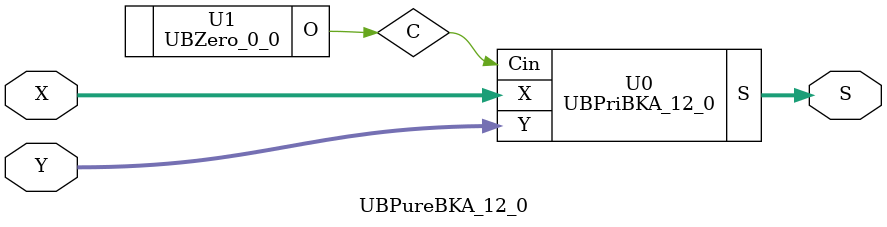
<source format=v>
/*----------------------------------------------------------------------------
  Copyright (c) 2021 Homma laboratory. All rights reserved.

  Top module: UBBKA_12_0_12_0

  Operand-1 length: 13
  Operand-2 length: 13
  Two-operand addition algorithm: Brent-Kung adder
----------------------------------------------------------------------------*/

module GPGenerator(Go, Po, A, B);
  output Go;
  output Po;
  input A;
  input B;
  assign Go = A & B;
  assign Po = A ^ B;
endmodule

module CarryOperator(Go, Po, Gi1, Pi1, Gi2, Pi2);
  output Go;
  output Po;
  input Gi1;
  input Gi2;
  input Pi1;
  input Pi2;
  assign Go = Gi1 | ( Gi2 & Pi1 );
  assign Po = Pi1 & Pi2;
endmodule

module UBPriBKA_12_0(S, X, Y, Cin);
  output [13:0] S;
  input Cin;
  input [12:0] X;
  input [12:0] Y;
  wire [12:0] G0;
  wire [12:0] G1;
  wire [12:0] G2;
  wire [12:0] G3;
  wire [12:0] G4;
  wire [12:0] G5;
  wire [12:0] G6;
  wire [12:0] P0;
  wire [12:0] P1;
  wire [12:0] P2;
  wire [12:0] P3;
  wire [12:0] P4;
  wire [12:0] P5;
  wire [12:0] P6;
  assign P1[0] = P0[0];
  assign G1[0] = G0[0];
  assign P1[2] = P0[2];
  assign G1[2] = G0[2];
  assign P1[4] = P0[4];
  assign G1[4] = G0[4];
  assign P1[6] = P0[6];
  assign G1[6] = G0[6];
  assign P1[8] = P0[8];
  assign G1[8] = G0[8];
  assign P1[10] = P0[10];
  assign G1[10] = G0[10];
  assign P1[12] = P0[12];
  assign G1[12] = G0[12];
  assign P2[0] = P1[0];
  assign G2[0] = G1[0];
  assign P2[1] = P1[1];
  assign G2[1] = G1[1];
  assign P2[2] = P1[2];
  assign G2[2] = G1[2];
  assign P2[4] = P1[4];
  assign G2[4] = G1[4];
  assign P2[5] = P1[5];
  assign G2[5] = G1[5];
  assign P2[6] = P1[6];
  assign G2[6] = G1[6];
  assign P2[8] = P1[8];
  assign G2[8] = G1[8];
  assign P2[9] = P1[9];
  assign G2[9] = G1[9];
  assign P2[10] = P1[10];
  assign G2[10] = G1[10];
  assign P2[12] = P1[12];
  assign G2[12] = G1[12];
  assign P3[0] = P2[0];
  assign G3[0] = G2[0];
  assign P3[1] = P2[1];
  assign G3[1] = G2[1];
  assign P3[2] = P2[2];
  assign G3[2] = G2[2];
  assign P3[3] = P2[3];
  assign G3[3] = G2[3];
  assign P3[4] = P2[4];
  assign G3[4] = G2[4];
  assign P3[5] = P2[5];
  assign G3[5] = G2[5];
  assign P3[6] = P2[6];
  assign G3[6] = G2[6];
  assign P3[8] = P2[8];
  assign G3[8] = G2[8];
  assign P3[9] = P2[9];
  assign G3[9] = G2[9];
  assign P3[10] = P2[10];
  assign G3[10] = G2[10];
  assign P3[11] = P2[11];
  assign G3[11] = G2[11];
  assign P3[12] = P2[12];
  assign G3[12] = G2[12];
  assign P4[0] = P3[0];
  assign G4[0] = G3[0];
  assign P4[1] = P3[1];
  assign G4[1] = G3[1];
  assign P4[2] = P3[2];
  assign G4[2] = G3[2];
  assign P4[3] = P3[3];
  assign G4[3] = G3[3];
  assign P4[4] = P3[4];
  assign G4[4] = G3[4];
  assign P4[5] = P3[5];
  assign G4[5] = G3[5];
  assign P4[6] = P3[6];
  assign G4[6] = G3[6];
  assign P4[7] = P3[7];
  assign G4[7] = G3[7];
  assign P4[8] = P3[8];
  assign G4[8] = G3[8];
  assign P4[9] = P3[9];
  assign G4[9] = G3[9];
  assign P4[10] = P3[10];
  assign G4[10] = G3[10];
  assign P4[12] = P3[12];
  assign G4[12] = G3[12];
  assign P5[0] = P4[0];
  assign G5[0] = G4[0];
  assign P5[1] = P4[1];
  assign G5[1] = G4[1];
  assign P5[2] = P4[2];
  assign G5[2] = G4[2];
  assign P5[3] = P4[3];
  assign G5[3] = G4[3];
  assign P5[4] = P4[4];
  assign G5[4] = G4[4];
  assign P5[6] = P4[6];
  assign G5[6] = G4[6];
  assign P5[7] = P4[7];
  assign G5[7] = G4[7];
  assign P5[8] = P4[8];
  assign G5[8] = G4[8];
  assign P5[10] = P4[10];
  assign G5[10] = G4[10];
  assign P5[11] = P4[11];
  assign G5[11] = G4[11];
  assign P5[12] = P4[12];
  assign G5[12] = G4[12];
  assign P6[0] = P5[0];
  assign G6[0] = G5[0];
  assign P6[1] = P5[1];
  assign G6[1] = G5[1];
  assign P6[3] = P5[3];
  assign G6[3] = G5[3];
  assign P6[5] = P5[5];
  assign G6[5] = G5[5];
  assign P6[7] = P5[7];
  assign G6[7] = G5[7];
  assign P6[9] = P5[9];
  assign G6[9] = G5[9];
  assign P6[11] = P5[11];
  assign G6[11] = G5[11];
  assign S[0] = Cin ^ P0[0];
  assign S[1] = ( G6[0] | ( P6[0] & Cin ) ) ^ P0[1];
  assign S[2] = ( G6[1] | ( P6[1] & Cin ) ) ^ P0[2];
  assign S[3] = ( G6[2] | ( P6[2] & Cin ) ) ^ P0[3];
  assign S[4] = ( G6[3] | ( P6[3] & Cin ) ) ^ P0[4];
  assign S[5] = ( G6[4] | ( P6[4] & Cin ) ) ^ P0[5];
  assign S[6] = ( G6[5] | ( P6[5] & Cin ) ) ^ P0[6];
  assign S[7] = ( G6[6] | ( P6[6] & Cin ) ) ^ P0[7];
  assign S[8] = ( G6[7] | ( P6[7] & Cin ) ) ^ P0[8];
  assign S[9] = ( G6[8] | ( P6[8] & Cin ) ) ^ P0[9];
  assign S[10] = ( G6[9] | ( P6[9] & Cin ) ) ^ P0[10];
  assign S[11] = ( G6[10] | ( P6[10] & Cin ) ) ^ P0[11];
  assign S[12] = ( G6[11] | ( P6[11] & Cin ) ) ^ P0[12];
  assign S[13] = G6[12] | ( P6[12] & Cin );
  GPGenerator U0 (G0[0], P0[0], X[0], Y[0]);
  GPGenerator U1 (G0[1], P0[1], X[1], Y[1]);
  GPGenerator U2 (G0[2], P0[2], X[2], Y[2]);
  GPGenerator U3 (G0[3], P0[3], X[3], Y[3]);
  GPGenerator U4 (G0[4], P0[4], X[4], Y[4]);
  GPGenerator U5 (G0[5], P0[5], X[5], Y[5]);
  GPGenerator U6 (G0[6], P0[6], X[6], Y[6]);
  GPGenerator U7 (G0[7], P0[7], X[7], Y[7]);
  GPGenerator U8 (G0[8], P0[8], X[8], Y[8]);
  GPGenerator U9 (G0[9], P0[9], X[9], Y[9]);
  GPGenerator U10 (G0[10], P0[10], X[10], Y[10]);
  GPGenerator U11 (G0[11], P0[11], X[11], Y[11]);
  GPGenerator U12 (G0[12], P0[12], X[12], Y[12]);
  CarryOperator U13 (G1[1], P1[1], G0[1], P0[1], G0[0], P0[0]);
  CarryOperator U14 (G1[3], P1[3], G0[3], P0[3], G0[2], P0[2]);
  CarryOperator U15 (G1[5], P1[5], G0[5], P0[5], G0[4], P0[4]);
  CarryOperator U16 (G1[7], P1[7], G0[7], P0[7], G0[6], P0[6]);
  CarryOperator U17 (G1[9], P1[9], G0[9], P0[9], G0[8], P0[8]);
  CarryOperator U18 (G1[11], P1[11], G0[11], P0[11], G0[10], P0[10]);
  CarryOperator U19 (G2[3], P2[3], G1[3], P1[3], G1[1], P1[1]);
  CarryOperator U20 (G2[7], P2[7], G1[7], P1[7], G1[5], P1[5]);
  CarryOperator U21 (G2[11], P2[11], G1[11], P1[11], G1[9], P1[9]);
  CarryOperator U22 (G3[7], P3[7], G2[7], P2[7], G2[3], P2[3]);
  CarryOperator U23 (G4[11], P4[11], G3[11], P3[11], G3[7], P3[7]);
  CarryOperator U24 (G5[5], P5[5], G4[5], P4[5], G4[3], P4[3]);
  CarryOperator U25 (G5[9], P5[9], G4[9], P4[9], G4[7], P4[7]);
  CarryOperator U26 (G6[2], P6[2], G5[2], P5[2], G5[1], P5[1]);
  CarryOperator U27 (G6[4], P6[4], G5[4], P5[4], G5[3], P5[3]);
  CarryOperator U28 (G6[6], P6[6], G5[6], P5[6], G5[5], P5[5]);
  CarryOperator U29 (G6[8], P6[8], G5[8], P5[8], G5[7], P5[7]);
  CarryOperator U30 (G6[10], P6[10], G5[10], P5[10], G5[9], P5[9]);
  CarryOperator U31 (G6[12], P6[12], G5[12], P5[12], G5[11], P5[11]);
endmodule

module UBZero_0_0(O);
  output [0:0] O;
  assign O[0] = 0;
endmodule

module UBBKA_12_0_12_0 (S, X, Y);
  output [13:0] S;
  input [12:0] X;
  input [12:0] Y;
  UBPureBKA_12_0 U0 (S[13:0], X[12:0], Y[12:0]);
endmodule

module UBPureBKA_12_0 (S, X, Y);
  output [13:0] S;
  input [12:0] X;
  input [12:0] Y;
  wire C;
  UBPriBKA_12_0 U0 (S, X, Y, C);
  UBZero_0_0 U1 (C);
endmodule


</source>
